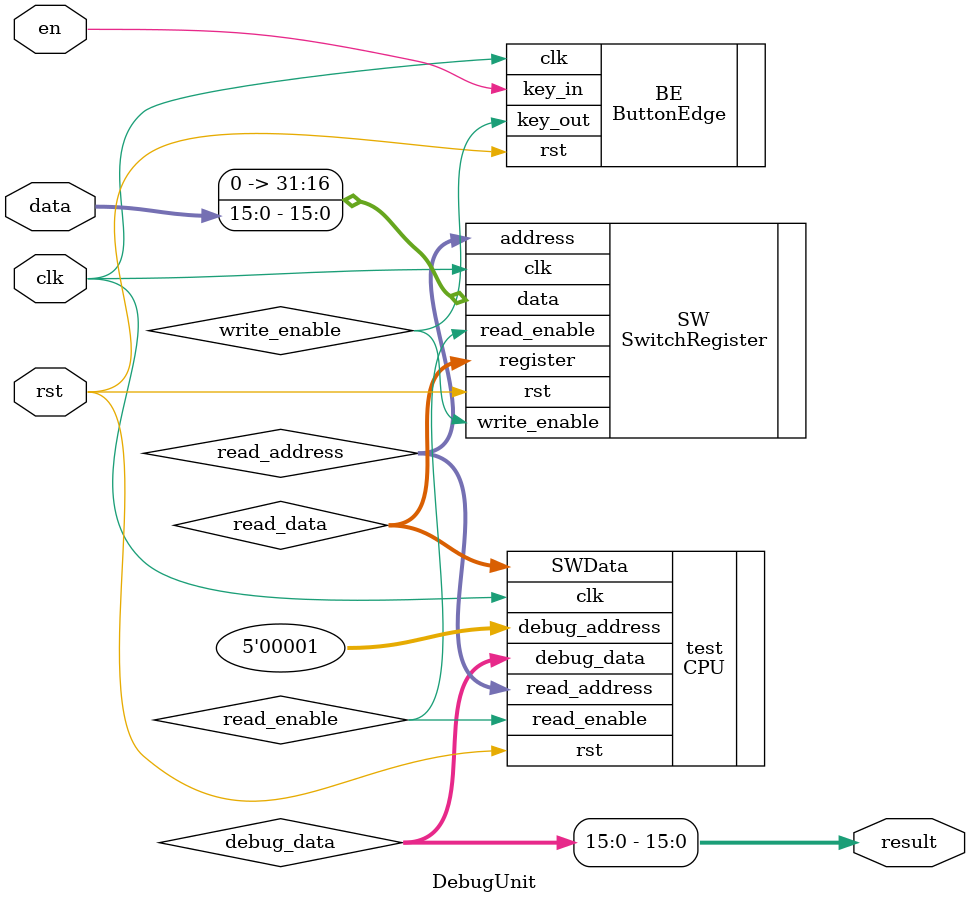
<source format=v>
`timescale 1ns / 1ps
/* THIS FILE IS PART OF PLC-Design
*  DebugUnit.v - used for testing the CPU
* 
*  THIS PROGRAM IS FREE SOFTWARE.
*  Copyright (c) 2021 Komorebi660 All Rights Reserved 
* 
*  E-mail: cyq0919@mail.ustc.edu.cn
*/

/*
////  for programming on the development board  ////
module DebugUnit(
    input wire [15:0] data,
    input en,
    input clk, rst,
    input up, down,                 // debug regfile address +/-
    output [7:0] an,                // seven-segment digital tube parameter
    output [7:0] seg,               // seven-segment digital tube parameter
    output [4:0] debug_register,    // debug regfile address output
    output input_flag
    );
    //ButtonEdge parameter
    wire write_enable, up_enable, down_enable;
    //SwitchRegister parameter
    wire [15:0] read_address;
    wire read_enable;
    wire [31:0] read_data;
    //CPU parameter
    reg [4:0] debug_address;
    wire [31:0] debug_data;
    
    ButtonEdge en_inst
    (
        .clk(clk),
        .rst(rst),
        .key_in(en),
        .key_out(write_enable)
    );
    ButtonEdge up_inst
    (
        .clk(clk),
        .rst(rst),
        .key_in(up),
        .key_out(up_enable)
    );
    ButtonEdge down_inst
    (
        .clk(clk),
        .rst(rst),
        .key_in(down),
        .key_out(down_enable)
    );
    SwitchRegister SW
    (
        .data({16'd0,data}),
        .address(read_address),
        .write_enable(write_enable),
        .read_enable(read_enable),
        .clk(clk),
        .rst(rst),
        .register(read_data),
        .flag(input_flag)
    );
    CPU test
    (
        .clk(clk),
        .rst(rst),
        .debug_address(debug_address),
        .SWData(read_data),
        .read_address(read_address),
        .read_enable(read_enable),
        .debug_data(debug_data)
    );

    DIS inst
    (
        .data(debug_data),
        .rst(rst), 
        .clk(clk),
        .an(an),
        .seg(seg)
    );
    
    always@(posedge clk or posedge rst)
    begin
        if(rst) debug_address<=5'b00001;
        else if(up_enable) debug_address<=debug_address+5'd1;
        else if(down_enable) debug_address<=debug_address-5'd1;
    end
    
   assign debug_register=debug_address;
    
endmodule
////  for programming on the development board  ////
*/



////  for simulation using  ////
module DebugUnit(
    input wire [15:0] data,
    input en,
    input clk, rst,
    output [15:0] result
    );
    wire write_enable;
    wire [15:0] read_address;
    wire read_enable;
    wire [31:0] read_data;
    wire [31:0] debug_data;
    
    ButtonEdge BE
    (
        .clk(clk),
        .rst(rst),
        .key_in(en),
        .key_out(write_enable)
    );
    SwitchRegister SW
    (
        .data({16'd0,data}),
        .address(read_address),
        .write_enable(write_enable),
        .read_enable(read_enable),
        .clk(clk),
        .rst(rst),
        .register(read_data)
    );
    CPU test
    (
        .clk(clk),
        .rst(rst),
        .debug_address(5'b00001),
        .SWData(read_data),
        .read_address(read_address),
        .read_enable(read_enable),
        .debug_data(debug_data)
    );
    
    assign result=debug_data[15:0];
    
endmodule
////  for simulation using  ////

</source>
